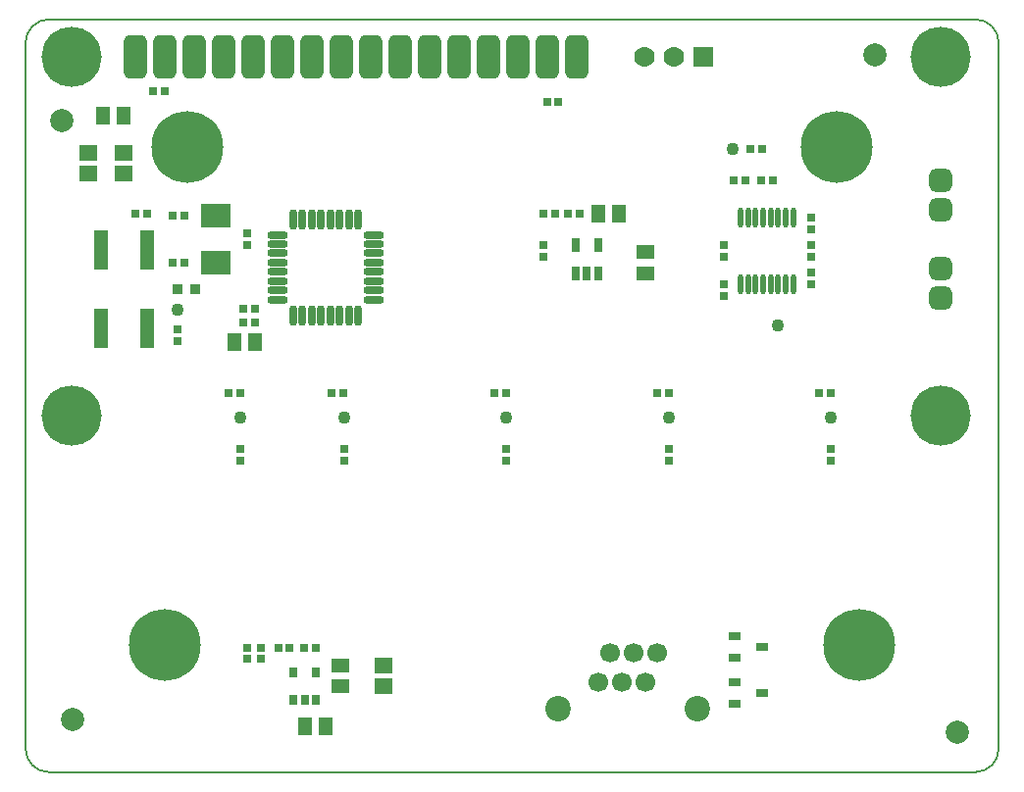
<source format=gbs>
G04 Layer_Color=16711935*
%FSAX44Y44*%
%MOMM*%
G71*
G01*
G75*
%ADD15C,0.2000*%
%ADD40R,1.2000X3.4000*%
%ADD41C,1.7000*%
%ADD42C,2.2000*%
%ADD43C,6.2000*%
G04:AMPARAMS|DCode=44|XSize=2mm|YSize=2mm|CornerRadius=0.55mm|HoleSize=0mm|Usage=FLASHONLY|Rotation=0.000|XOffset=0mm|YOffset=0mm|HoleType=Round|Shape=RoundedRectangle|*
%AMROUNDEDRECTD44*
21,1,2.0000,0.9000,0,0,0.0*
21,1,0.9000,2.0000,0,0,0.0*
1,1,1.1000,0.4500,-0.4500*
1,1,1.1000,-0.4500,-0.4500*
1,1,1.1000,-0.4500,0.4500*
1,1,1.1000,0.4500,0.4500*
%
%ADD44ROUNDEDRECTD44*%
G04:AMPARAMS|DCode=45|XSize=2mm|YSize=3.8mm|CornerRadius=0.55mm|HoleSize=0mm|Usage=FLASHONLY|Rotation=0.000|XOffset=0mm|YOffset=0mm|HoleType=Round|Shape=RoundedRectangle|*
%AMROUNDEDRECTD45*
21,1,2.0000,2.7000,0,0,0.0*
21,1,0.9000,3.8000,0,0,0.0*
1,1,1.1000,0.4500,-1.3500*
1,1,1.1000,-0.4500,-1.3500*
1,1,1.1000,-0.4500,1.3500*
1,1,1.1000,0.4500,1.3500*
%
%ADD45ROUNDEDRECTD45*%
%ADD46C,5.2000*%
%ADD47C,1.7750*%
%ADD48R,1.7750X1.7750*%
%ADD49R,1.5000X1.3000*%
%ADD50R,1.3000X1.5000*%
%ADD51R,0.7000X0.7000*%
%ADD52R,0.7000X0.7000*%
%ADD53R,0.7500X1.2000*%
%ADD54C,2.0000*%
%ADD55C,1.1000*%
%ADD56R,0.9000X0.9000*%
%ADD57R,1.0000X0.7000*%
%ADD58O,0.4500X1.8000*%
%ADD59O,1.8000X0.6500*%
%ADD60O,0.6500X1.8000*%
%ADD61R,2.6000X2.1000*%
%ADD62R,0.6500X0.9000*%
%ADD63R,1.5500X1.3500*%
D15*
X00020000Y00000000D02*
X00820000Y00000000D01*
D02*
G03*
X00840000Y00020000I00000000J00020000D01*
G01*
Y00630000D01*
X00840000D02*
G03*
X00820000Y00650000I-00020000J-00000000D01*
G01*
X00020000D01*
D02*
G03*
X00000000Y00630000I00000000J-00020000D01*
G01*
Y00020000D01*
D02*
G03*
X00020000Y00000000I00020000J00000000D01*
G01*
D40*
X00104750Y00383250D02*
D03*
X00064750D02*
D03*
X00104750Y00451250D02*
D03*
X00064750D02*
D03*
D41*
X00494500Y00077800D02*
D03*
X00514900D02*
D03*
X00535300D02*
D03*
X00545500Y00103200D02*
D03*
X00525100D02*
D03*
X00504700D02*
D03*
D42*
X00460000Y00054800D02*
D03*
X00580000D02*
D03*
D43*
X00120000Y00110000D02*
D03*
X00140000Y00540000D02*
D03*
X00700000D02*
D03*
X00720000Y00110000D02*
D03*
D44*
X00789500Y00409200D02*
D03*
Y00434600D02*
D03*
Y00485400D02*
D03*
Y00510800D02*
D03*
D45*
X00475500Y00618000D02*
D03*
X00450100D02*
D03*
X00424700D02*
D03*
X00399300D02*
D03*
X00373900D02*
D03*
X00348500D02*
D03*
X00323100D02*
D03*
X00297700D02*
D03*
X00272300D02*
D03*
X00246900D02*
D03*
X00221500D02*
D03*
X00196100D02*
D03*
X00170700D02*
D03*
X00145300D02*
D03*
X00119900D02*
D03*
X00094500D02*
D03*
D46*
X00039500Y00308000D02*
D03*
Y00618000D02*
D03*
X00789500Y00308000D02*
D03*
Y00618000D02*
D03*
D47*
X00560000Y00618000D02*
D03*
X00534600D02*
D03*
D48*
X00585400Y00618000D02*
D03*
D49*
X00272000Y00074202D02*
D03*
Y00092202D02*
D03*
X00535000Y00431000D02*
D03*
Y00449000D02*
D03*
D50*
X00241000Y00039000D02*
D03*
X00259000D02*
D03*
X00198078Y00370997D02*
D03*
X00180079D02*
D03*
X00085000Y00567000D02*
D03*
X00067000D02*
D03*
X00494000Y00482000D02*
D03*
X00512000D02*
D03*
D51*
X00203000Y00097494D02*
D03*
Y00107494D02*
D03*
X00191000D02*
D03*
Y00097494D02*
D03*
X00131500Y00372000D02*
D03*
Y00382000D02*
D03*
X00188078Y00387997D02*
D03*
X00198078D02*
D03*
Y00399997D02*
D03*
X00188078D02*
D03*
X00191250Y00455000D02*
D03*
Y00465000D02*
D03*
X00136750Y00480500D02*
D03*
X00126750D02*
D03*
Y00439500D02*
D03*
X00136750D02*
D03*
X00104750Y00482250D02*
D03*
X00094750D02*
D03*
X00110000Y00588000D02*
D03*
X00120000D02*
D03*
X00447000Y00455000D02*
D03*
Y00445000D02*
D03*
X00460000Y00579000D02*
D03*
X00450000D02*
D03*
X00611671Y00511000D02*
D03*
X00621671D02*
D03*
X00635000D02*
D03*
X00645000D02*
D03*
X00678000Y00478500D02*
D03*
Y00468500D02*
D03*
Y00431500D02*
D03*
Y00421500D02*
D03*
D52*
X00228000Y00107494D02*
D03*
X00240500D02*
D03*
X00250500D02*
D03*
X00218000D02*
D03*
X00275000Y00269000D02*
D03*
Y00279000D02*
D03*
X00274000Y00327000D02*
D03*
X00264000D02*
D03*
X00185003Y00327000D02*
D03*
X00175003D02*
D03*
X00185000Y00279000D02*
D03*
Y00269000D02*
D03*
X00414941D02*
D03*
Y00279000D02*
D03*
X00415000Y00327000D02*
D03*
X00405000D02*
D03*
X00555000Y00279000D02*
D03*
Y00269000D02*
D03*
X00555000Y00327000D02*
D03*
X00545000D02*
D03*
X00603000Y00411250D02*
D03*
Y00421250D02*
D03*
Y00445000D02*
D03*
Y00455000D02*
D03*
X00678000D02*
D03*
Y00445000D02*
D03*
X00636000Y00538000D02*
D03*
X00626000D02*
D03*
X00478000Y00482000D02*
D03*
X00468000D02*
D03*
X00457000D02*
D03*
X00447000D02*
D03*
X00695000Y00279000D02*
D03*
Y00269000D02*
D03*
X00695000Y00327000D02*
D03*
X00685000D02*
D03*
D53*
X00484500Y00431000D02*
D03*
X00494000D02*
D03*
Y00455000D02*
D03*
X00475000D02*
D03*
Y00431000D02*
D03*
D54*
X00041000Y00045000D02*
D03*
X00031000Y00563000D02*
D03*
X00733000Y00619000D02*
D03*
X00804000Y00034000D02*
D03*
D55*
X00415000Y00306000D02*
D03*
X00555000Y00306000D02*
D03*
X00649750Y00386000D02*
D03*
X00695000Y00306000D02*
D03*
X00610000Y00538000D02*
D03*
X00275000Y00306000D02*
D03*
X00185003Y00306000D02*
D03*
X00131500Y00399000D02*
D03*
D56*
X00131500Y00417000D02*
D03*
X00146500D02*
D03*
D57*
X00612500Y00058500D02*
D03*
Y00077500D02*
D03*
X00635500Y00068000D02*
D03*
X00612500Y00098500D02*
D03*
X00635500Y00108000D02*
D03*
X00612500Y00117500D02*
D03*
D58*
X00617250Y00421500D02*
D03*
X00623750D02*
D03*
X00630250D02*
D03*
X00636750D02*
D03*
X00643250D02*
D03*
X00649750D02*
D03*
X00656250D02*
D03*
X00662750D02*
D03*
Y00478500D02*
D03*
X00656250D02*
D03*
X00649750D02*
D03*
X00643250D02*
D03*
X00636750D02*
D03*
X00630250D02*
D03*
X00623750D02*
D03*
X00617250D02*
D03*
D59*
X00300500Y00408000D02*
D03*
Y00416000D02*
D03*
Y00424000D02*
D03*
Y00432000D02*
D03*
Y00440000D02*
D03*
Y00448000D02*
D03*
Y00456000D02*
D03*
Y00464000D02*
D03*
X00217500Y00464000D02*
D03*
Y00456000D02*
D03*
Y00448000D02*
D03*
Y00440000D02*
D03*
Y00432000D02*
D03*
Y00424000D02*
D03*
Y00416000D02*
D03*
Y00408000D02*
D03*
D60*
X00279000Y00394500D02*
D03*
X00287000D02*
D03*
X00271000D02*
D03*
X00263000D02*
D03*
X00255000D02*
D03*
X00247000D02*
D03*
X00239000D02*
D03*
X00231000D02*
D03*
X00279000Y00477500D02*
D03*
X00287000D02*
D03*
X00271000D02*
D03*
X00263000D02*
D03*
X00255000D02*
D03*
X00247000D02*
D03*
X00239000D02*
D03*
X00231000D02*
D03*
D61*
X00164000Y00439500D02*
D03*
Y00480500D02*
D03*
D62*
X00231500Y00062202D02*
D03*
X00241000D02*
D03*
X00250500D02*
D03*
Y00086202D02*
D03*
X00231500D02*
D03*
D63*
X00309000Y00074452D02*
D03*
Y00091952D02*
D03*
X00085000Y00517250D02*
D03*
Y00534750D02*
D03*
X00054000D02*
D03*
Y00517250D02*
D03*
M02*

</source>
